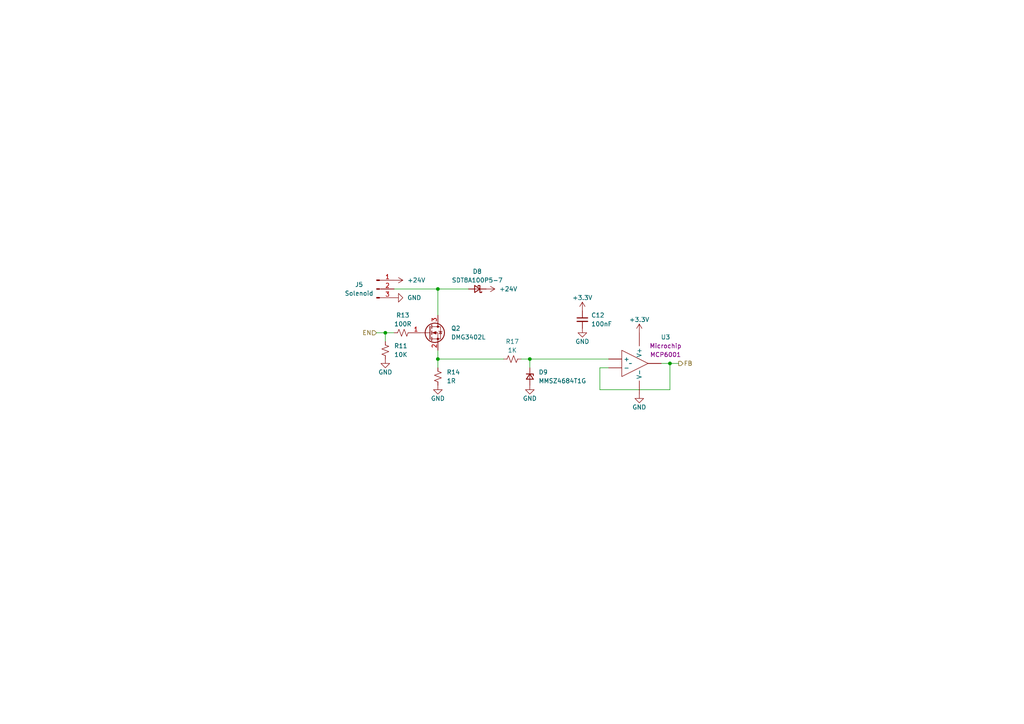
<source format=kicad_sch>
(kicad_sch (version 20250114) (generator "eeschema") (generator_version "9.0")
  (paper "A4")
  (lib_symbols
    (symbol "Connector:Conn_01x03_Pin" (pin_names (offset 1.016) (hide yes))
      (property "Reference" "J" (at 0 5.08 0))
      (property "Value" "Conn_01x03_Pin" (at 0 -5.08 0))
      (symbol "Conn_01x03_Pin_1_1"
        (rectangle (start 0.8636 2.667) (end 0 2.413) (stroke (width 0.1524)) (fill (type outline)))
        (rectangle (start 0.8636 0.127) (end 0 -0.127) (stroke (width 0.1524)) (fill (type outline)))
        (rectangle (start 0.8636 -2.413) (end 0 -2.667) (stroke (width 0.1524)) (fill (type outline)))
        (polyline (pts (xy 1.27 2.54) (xy 0.8636 2.54)) (stroke (width 0.1524)))
        (polyline (pts (xy 1.27 0) (xy 0.8636 0)) (stroke (width 0.1524)))
        (polyline (pts (xy 1.27 -2.54) (xy 0.8636 -2.54)) (stroke (width 0.1524)))
        (pin passive line (at 5.08 2.54 180) (length 3.81) (name "Pin_1") (number "1"))
        (pin passive line (at 5.08 0 180) (length 3.81) (name "Pin_2") (number "2"))
        (pin passive line (at 5.08 -2.54 180) (length 3.81) (name "Pin_3") (number "3"))
      )
    )
    (symbol "Device:C_Small" (pin_numbers (hide yes)) (pin_names (offset 0.254) (hide yes))
      (property "Reference" "C" (at 0.254 1.778 0))
      (property "Value" "C_Small" (at 0.254 -2.032 0))
      (symbol "C_Small_0_1"
        (polyline (pts (xy -1.524 0.508) (xy 1.524 0.508)) (stroke (width 0.3048)))
        (polyline (pts (xy -1.524 -0.508) (xy 1.524 -0.508)) (stroke (width 0.3302)))
      )
      (symbol "C_Small_1_1"
        (pin passive line (at 0 2.54 270) (length 2.032) (name "~") (number "1"))
        (pin passive line (at 0 -2.54 90) (length 2.032) (name "~") (number "2"))
      )
    )
    (symbol "Device:D_Schottky_Small" (pin_numbers (hide yes)) (pin_names (offset 0.254) (hide yes))
      (property "Reference" "D" (at -1.27 2.032 0))
      (property "Value" "D_Schottky_Small" (at -7.112 -2.032 0))
      (symbol "D_Schottky_Small_0_1"
        (polyline (pts (xy -1.27 0.762) (xy -1.27 1.016) (xy -0.762 1.016) (xy -0.762 -1.016) (xy -0.254 -1.016) (xy -0.254 -0.762)) (stroke (width 0.254)))
        (polyline (pts (xy -0.762 0) (xy 0.762 0)))
        (polyline (pts (xy 0.762 -1.016) (xy -0.762 0) (xy 0.762 1.016) (xy 0.762 -1.016)) (stroke (width 0.254)))
      )
      (symbol "D_Schottky_Small_1_1"
        (pin passive line (at -2.54 0 0) (length 1.778) (name "K") (number "1"))
        (pin passive line (at 2.54 0 180) (length 1.778) (name "A") (number "2"))
      )
    )
    (symbol "Device:D_Zener_Small" (pin_numbers (hide yes)) (pin_names (offset 0.254) (hide yes))
      (property "Reference" "D" (at 0 2.286 0))
      (property "Value" "D_Zener_Small" (at 0 -2.286 0))
      (symbol "D_Zener_Small_0_1"
        (polyline (pts (xy -0.254 1.016) (xy -0.762 1.016) (xy -0.762 -1.016)) (stroke (width 0.254)))
        (polyline (pts (xy 0.762 1.016) (xy -0.762 0) (xy 0.762 -1.016) (xy 0.762 1.016)) (stroke (width 0.254)))
        (polyline (pts (xy 0.762 0) (xy -0.762 0)))
      )
      (symbol "D_Zener_Small_1_1"
        (pin passive line (at -2.54 0 0) (length 1.778) (name "K") (number "1"))
        (pin passive line (at 2.54 0 180) (length 1.778) (name "A") (number "2"))
      )
    )
    (symbol "Device:Q_NMOS_GSD" (pin_names (offset 0) (hide yes))
      (property "Reference" "Q" (at 5.08 1.27 0))
      (property "Value" "Q_NMOS_GSD" (at 5.08 -1.27 0))
      (symbol "Q_NMOS_GSD_0_1"
        (polyline (pts (xy 0.254 1.905) (xy 0.254 -1.905)) (stroke (width 0.254)))
        (polyline (pts (xy 0.254 0) (xy -2.54 0)))
        (polyline (pts (xy 0.762 2.286) (xy 0.762 1.27)) (stroke (width 0.254)))
        (polyline (pts (xy 0.762 0.508) (xy 0.762 -0.508)) (stroke (width 0.254)))
        (polyline (pts (xy 0.762 -1.27) (xy 0.762 -2.286)) (stroke (width 0.254)))
        (polyline (pts (xy 0.762 -1.778) (xy 3.302 -1.778) (xy 3.302 1.778) (xy 0.762 1.778)))
        (polyline (pts (xy 1.016 0) (xy 2.032 0.381) (xy 2.032 -0.381) (xy 1.016 0)) (fill (type outline)))
        (circle (center 1.651 0) (radius 2.794) (stroke (width 0.254)))
        (polyline (pts (xy 2.54 2.54) (xy 2.54 1.778)))
        (circle (center 2.54 1.778) (radius 0.254) (fill (type outline)))
        (circle (center 2.54 -1.778) (radius 0.254) (fill (type outline)))
        (polyline (pts (xy 2.54 -2.54) (xy 2.54 0) (xy 0.762 0)))
        (polyline (pts (xy 2.794 0.508) (xy 2.921 0.381) (xy 3.683 0.381) (xy 3.81 0.254)))
        (polyline (pts (xy 3.302 0.381) (xy 2.921 -0.254) (xy 3.683 -0.254) (xy 3.302 0.381)))
      )
      (symbol "Q_NMOS_GSD_1_1"
        (pin input line (at -5.08 0 0) (length 2.54) (name "G") (number "1"))
        (pin passive line (at 2.54 5.08 270) (length 2.54) (name "D") (number "3"))
        (pin passive line (at 2.54 -5.08 90) (length 2.54) (name "S") (number "2"))
      )
    )
    (symbol "Device:R_Small_US" (pin_numbers (hide yes)) (pin_names (offset 0.254) (hide yes))
      (property "Reference" "R" (at 0.762 0.508 0))
      (property "Value" "R_Small_US" (at 0.762 -1.016 0))
      (symbol "R_Small_US_1_1"
        (polyline (pts (xy 0 1.524) (xy 1.016 1.143) (xy 0 0.762) (xy -1.016 0.381) (xy 0 0)))
        (polyline (pts (xy 0 0) (xy 1.016 -0.381) (xy 0 -0.762) (xy -1.016 -1.143) (xy 0 -1.524)))
        (pin passive line (at 0 2.54 270) (length 1.016) (name "~") (number "1"))
        (pin passive line (at 0 -2.54 90) (length 1.016) (name "~") (number "2"))
      )
    )
    (symbol "UCIRP-KiCAD-Lib:MCP6001" (pin_numbers (hide yes))
      (property "Reference" "U" (at 0 5.08 0))
      (property "Value" "~" (at 0 0 0))
      (property "Manufacturer" "Microchip" (at 0 0 0))
      (property "Part #" "MCP6001" (at 0 0 0))
      (symbol "MCP6001_0_1"
        (polyline (pts (xy -2.54 3.81) (xy -2.54 -3.81) (xy 5.08 0) (xy -2.54 3.81)) (stroke (width 0.1524)))
      )
      (symbol "MCP6001_1_1"
        (pin input line (at -6.35 1.27 0) (length 3.81) (name "+") (number "3"))
        (pin input line (at -6.35 -1.27 0) (length 3.81) (name "-") (number "4"))
        (pin power_in line (at 2.54 8.89 270) (length 3.81) (name "V+") (number "5"))
        (pin power_in line (at 2.54 -8.89 90) (length 3.81) (name "V-") (number "2"))
        (pin output line (at 8.89 0 180) (length 3.81) (name "") (number "1"))
      )
    )
    (symbol "power:+24V" (power) (pin_names (offset 0))
      (property "Value" "+24V" (at 0 3.556 0))
      (symbol "+24V_0_1"
        (polyline (pts (xy -0.762 1.27) (xy 0 2.54)))
        (polyline (pts (xy 0 2.54) (xy 0.762 1.27)))
        (polyline (pts (xy 0 0) (xy 0 2.54)))
      )
      (symbol "+24V_1_1"
        (pin power_in line (at 0 0 90) (length 0) (hide yes) (name "+24V") (number "1"))
      )
    )
    (symbol "power:+3.3V" (power) (pin_names (offset 0))
      (property "Value" "+3.3V" (at 0 3.556 0))
      (symbol "+3.3V_0_1"
        (polyline (pts (xy -0.762 1.27) (xy 0 2.54)))
        (polyline (pts (xy 0 2.54) (xy 0.762 1.27)))
        (polyline (pts (xy 0 0) (xy 0 2.54)))
      )
      (symbol "+3.3V_1_1"
        (pin power_in line (at 0 0 90) (length 0) (hide yes) (name "+3.3V") (number "1"))
      )
    )
    (symbol "power:GND" (power) (pin_names (offset 0))
      (property "Value" "GND" (at 0 -3.81 0))
      (symbol "GND_0_1"
        (polyline (pts (xy 0 0) (xy 0 -1.27) (xy 1.27 -1.27) (xy 0 -2.54) (xy -1.27 -1.27) (xy 0 -1.27)))
      )
      (symbol "GND_1_1"
        (pin power_in line (at 0 0 270) (length 0) (hide yes) (name "GND") (number "1"))
      )
    )
  )
  (junction (at 127 83.82))
  (junction (at 127 104.14))
  (junction (at 111.76 96.52))
  (junction (at 153.67 104.14))
  (junction (at 194.31 105.41))
  (wire (pts (xy 111.76 96.52) (xy 111.76 99.06)))
  (wire (pts (xy 109.22 96.52) (xy 111.76 96.52)))
  (wire (pts (xy 173.99 106.68) (xy 173.99 113.03)))
  (wire (pts (xy 127 101.6) (xy 127 104.14)))
  (wire (pts (xy 127 83.82) (xy 135.89 83.82)))
  (wire (pts (xy 176.53 106.68) (xy 173.99 106.68)))
  (wire (pts (xy 151.13 104.14) (xy 153.67 104.14)))
  (wire (pts (xy 153.67 104.14) (xy 153.67 106.68)))
  (wire (pts (xy 127 104.14) (xy 127 106.68)))
  (wire (pts (xy 114.3 83.82) (xy 127 83.82)))
  (wire (pts (xy 127 104.14) (xy 146.05 104.14)))
  (wire (pts (xy 173.99 113.03) (xy 194.31 113.03)))
  (wire (pts (xy 153.67 104.14) (xy 176.53 104.14)))
  (wire (pts (xy 194.31 113.03) (xy 194.31 105.41)))
  (wire (pts (xy 194.31 105.41) (xy 196.85 105.41)))
  (wire (pts (xy 194.31 105.41) (xy 191.77 105.41)))
  (wire (pts (xy 127 83.82) (xy 127 91.44)))
  (wire (pts (xy 114.3 96.52) (xy 111.76 96.52)))
  (hierarchical_label "EN" (shape input) (at 109.22 96.52 180))
  (hierarchical_label "FB" (shape output) (at 196.85 105.41 0))
  (symbol (lib_id "Device:R_Small_US") (at 127 109.22 180) (unit 1)
    (property "Reference" "R33" (at 129.54 107.95 0) (effects (justify right)))
    (property "Value" "1R" (at 129.54 110.49 0) (effects (justify right)))
    (property "Footprint" "Resistor_SMD:R_2512_6332Metric" (effects (hide yes)))
    (property "Manufacturer" "Generic" (effects (hide yes)))
    (property "Part #" "Generic 1R 2W 1% 2512 Resistor" (effects (hide yes)))
    (instances (project "gse2-hardware" (path "" (reference "R14") (unit 1)) (path "" (reference "R40") (unit 1)) (path "" (reference "R44") (unit 1)) (path "" (reference "R24") (unit 1)) (path "" (reference "R33") (unit 1)) (path "" (reference "R36") (unit 1)) (path "" (reference "R20") (unit 1)) (path "" (reference "R48") (unit 1)) (path "" (reference "R28") (unit 1))))
  )
  (symbol (lib_id "Device:Q_NMOS_GSD") (at 124.46 96.52 0) (unit 1)
    (property "Reference" "Q8" (at 130.81 95.25 0) (effects (justify left)))
    (property "Value" "DMG3402L" (at 130.81 97.79 0) (effects (justify left)))
    (property "Footprint" "Package_TO_SOT_SMD:SOT-23-3" (effects (hide yes)))
    (property "Datasheet" "https://www.diodes.com/assets/Datasheets/DMG3402L.pdf" (effects (hide yes)))
    (property "Manufacturer" "Diodes" (effects (hide yes)))
    (property "Part #" "DMG3402L" (effects (hide yes)))
    (instances (project "gse2-hardware" (path "" (reference "Q2") (unit 1)) (path "" (reference "Q7") (unit 1)) (path "" (reference "Q9") (unit 1)) (path "" (reference "Q4") (unit 1)) (path "" (reference "Q8") (unit 1)) (path "" (reference "Q6") (unit 1)) (path "" (reference "Q3") (unit 1)) (path "" (reference "Q10") (unit 1)) (path "" (reference "Q5") (unit 1))))
  )
  (symbol (lib_id "power:GND") (at 111.76 104.14 0) (unit 1)
    (property "Reference" "#PWR077" (effects (hide yes)))
    (property "Value" "GND" (at 111.76 107.95 0))
    (instances (project "gse2-hardware" (path "" (reference "#PWR025") (unit 1)) (path "" (reference "#PWR0101") (unit 1)) (path "" (reference "#PWR0111") (unit 1)) (path "" (reference "#PWR057") (unit 1)) (path "" (reference "#PWR077") (unit 1)) (path "" (reference "#PWR091") (unit 1)) (path "" (reference "#PWR037") (unit 1)) (path "" (reference "#PWR0121") (unit 1)) (path "" (reference "#PWR071") (unit 1))))
  )
  (symbol (lib_id "power:+3.3V") (at 168.91 90.17 0) (unit 1)
    (property "Reference" "#PWR085" (effects (hide yes)))
    (property "Value" "+3.3V" (at 168.91 86.36 0))
    (instances (project "gse2-hardware" (path "" (reference "#PWR033") (unit 1)) (path "" (reference "#PWR0107") (unit 1)) (path "" (reference "#PWR0117") (unit 1)) (path "" (reference "#PWR067") (unit 1)) (path "" (reference "#PWR085") (unit 1)) (path "" (reference "#PWR097") (unit 1)) (path "" (reference "#PWR045") (unit 1)) (path "" (reference "#PWR0127") (unit 1)) (path "" (reference "#PWR087") (unit 1))))
  )
  (symbol (lib_id "power:GND") (at 153.67 111.76 0) (unit 1)
    (property "Reference" "#PWR082" (effects (hide yes)))
    (property "Value" "GND" (at 153.67 115.57 0))
    (instances (project "gse2-hardware" (path "" (reference "#PWR032") (unit 1)) (path "" (reference "#PWR0106") (unit 1)) (path "" (reference "#PWR0116") (unit 1)) (path "" (reference "#PWR066") (unit 1)) (path "" (reference "#PWR082") (unit 1)) (path "" (reference "#PWR096") (unit 1)) (path "" (reference "#PWR043") (unit 1)) (path "" (reference "#PWR0126") (unit 1)) (path "" (reference "#PWR076") (unit 1))))
  )
  (symbol (lib_id "power:GND") (at 185.42 114.3 0) (unit 1)
    (property "Reference" "#PWR084" (effects (hide yes)))
    (property "Value" "GND" (at 185.42 118.11 0))
    (instances (project "gse2-hardware" (path "" (reference "#PWR036") (unit 1)) (path "" (reference "#PWR0110") (unit 1)) (path "" (reference "#PWR0120") (unit 1)) (path "" (reference "#PWR070") (unit 1)) (path "" (reference "#PWR084") (unit 1)) (path "" (reference "#PWR0100") (unit 1)) (path "" (reference "#PWR056") (unit 1)) (path "" (reference "#PWR0130") (unit 1)) (path "" (reference "#PWR090") (unit 1))))
  )
  (symbol (lib_id "Device:D_Zener_Small") (at 153.67 109.22 270) (unit 1)
    (property "Reference" "D11" (at 156.21 107.95 90) (effects (justify left)))
    (property "Value" "MMSZ4684T1G" (at 156.21 110.49 90) (effects (justify left)))
    (property "Footprint" "Diode_SMD:D_SOD-123" (effects (hide yes)))
    (property "Manufacturer" "Onsemi" (effects (hide yes)))
    (property "Part #" "MMSZ4684T1G" (effects (hide yes)))
    (instances (project "gse2-hardware" (path "" (reference "D9") (unit 1)) (path "" (reference "D21") (unit 1)) (path "" (reference "D23") (unit 1)) (path "" (reference "D15") (unit 1)) (path "" (reference "D11") (unit 1)) (path "" (reference "D19") (unit 1)) (path "" (reference "D13") (unit 1)) (path "" (reference "D25") (unit 1)) (path "" (reference "D17") (unit 1))))
  )
  (symbol (lib_id "power:GND") (at 114.3 86.36 90) (unit 1)
    (property "Reference" "#PWR079" (effects (hide yes)))
    (property "Value" "GND" (at 118.11 86.36 90) (effects (justify right)))
    (instances (project "gse2-hardware" (path "" (reference "#PWR028") (unit 1)) (path "" (reference "#PWR0103") (unit 1)) (path "" (reference "#PWR0113") (unit 1)) (path "" (reference "#PWR063") (unit 1)) (path "" (reference "#PWR079") (unit 1)) (path "" (reference "#PWR093") (unit 1)) (path "" (reference "#PWR039") (unit 1)) (path "" (reference "#PWR0123") (unit 1)) (path "" (reference "#PWR073") (unit 1))))
  )
  (symbol (lib_id "power:GND") (at 127 111.76 0) (unit 1)
    (property "Reference" "#PWR080" (effects (hide yes)))
    (property "Value" "GND" (at 127 115.57 0))
    (instances (project "gse2-hardware" (path "" (reference "#PWR029") (unit 1)) (path "" (reference "#PWR0104") (unit 1)) (path "" (reference "#PWR0114") (unit 1)) (path "" (reference "#PWR064") (unit 1)) (path "" (reference "#PWR080") (unit 1)) (path "" (reference "#PWR094") (unit 1)) (path "" (reference "#PWR040") (unit 1)) (path "" (reference "#PWR0124") (unit 1)) (path "" (reference "#PWR074") (unit 1))))
  )
  (symbol (lib_id "power:GND") (at 168.91 95.25 0) (unit 1)
    (property "Reference" "#PWR086" (effects (hide yes)))
    (property "Value" "GND" (at 168.91 99.06 0))
    (instances (project "gse2-hardware" (path "" (reference "#PWR034") (unit 1)) (path "" (reference "#PWR0108") (unit 1)) (path "" (reference "#PWR0118") (unit 1)) (path "" (reference "#PWR068") (unit 1)) (path "" (reference "#PWR086") (unit 1)) (path "" (reference "#PWR098") (unit 1)) (path "" (reference "#PWR047") (unit 1)) (path "" (reference "#PWR0128") (unit 1)) (path "" (reference "#PWR088") (unit 1))))
  )
  (symbol (lib_id "Device:C_Small") (at 168.91 92.71 0) (unit 1)
    (property "Reference" "C18" (at 171.45 91.44 0) (effects (justify left)))
    (property "Value" "100nF" (at 171.45 93.98 0) (effects (justify left)))
    (property "Footprint" "Capacitor_SMD:C_0402_1005Metric" (effects (hide yes)))
    (property "Manufacturer" "Generic" (effects (hide yes)))
    (property "Part #" "Generic 100nF 6.3V X7R 0402 MLCC" (effects (hide yes)))
    (instances (project "gse2-hardware" (path "" (reference "C12") (unit 1)) (path "" (reference "C19") (unit 1)) (path "" (reference "C20") (unit 1)) (path "" (reference "C14") (unit 1)) (path "" (reference "C18") (unit 1)) (path "" (reference "C17") (unit 1)) (path "" (reference "C13") (unit 1)) (path "" (reference "C21") (unit 1)) (path "" (reference "C16") (unit 1))))
  )
  (symbol (lib_id "power:+24V") (at 114.3 81.28 270) (unit 1)
    (property "Reference" "#PWR078" (effects (hide yes)))
    (property "Value" "+24V" (at 118.11 81.28 90) (effects (justify left)))
    (instances (project "gse2-hardware" (path "" (reference "#PWR027") (unit 1)) (path "" (reference "#PWR0102") (unit 1)) (path "" (reference "#PWR0112") (unit 1)) (path "" (reference "#PWR058") (unit 1)) (path "" (reference "#PWR078") (unit 1)) (path "" (reference "#PWR092") (unit 1)) (path "" (reference "#PWR038") (unit 1)) (path "" (reference "#PWR0122") (unit 1)) (path "" (reference "#PWR072") (unit 1))))
  )
  (symbol (lib_id "Connector:Conn_01x03_Pin") (at 109.22 83.82 0) (unit 1)
    (property "Reference" "J9" (at 104.14 82.55 0))
    (property "Value" "Solenoid" (at 104.14 85.09 0))
    (property "Footprint" "TerminalBlock:TerminalBlock_bornier-3_P5.08mm" (effects (hide yes)))
    (instances (project "gse2-hardware" (path "" (reference "J5") (unit 1)) (path "" (reference "J11") (unit 1)) (path "" (reference "J12") (unit 1)) (path "" (reference "J7") (unit 1)) (path "" (reference "J9") (unit 1)) (path "" (reference "J10") (unit 1)) (path "" (reference "J6") (unit 1)) (path "" (reference "J13") (unit 1)) (path "" (reference "J8") (unit 1))))
  )
  (symbol (lib_id "Device:R_Small_US") (at 111.76 101.6 180) (unit 1)
    (property "Reference" "R31" (at 114.3 100.33 0) (effects (justify right)))
    (property "Value" "10K" (at 114.3 102.87 0) (effects (justify right)))
    (property "Footprint" "Resistor_SMD:R_0402_1005Metric" (effects (hide yes)))
    (property "Manufacturer" "Generic" (effects (hide yes)))
    (property "Part #" "Generic 10K 1% 0402 Resistor" (effects (hide yes)))
    (instances (project "gse2-hardware" (path "" (reference "R11") (unit 1)) (path "" (reference "R38") (unit 1)) (path "" (reference "R42") (unit 1)) (path "" (reference "R22") (unit 1)) (path "" (reference "R31") (unit 1)) (path "" (reference "R30") (unit 1)) (path "" (reference "R18") (unit 1)) (path "" (reference "R46") (unit 1)) (path "" (reference "R26") (unit 1))))
  )
  (symbol (lib_id "power:+24V") (at 140.97 83.82 270) (unit 1)
    (property "Reference" "#PWR081" (effects (hide yes)))
    (property "Value" "+24V" (at 144.78 83.82 90) (effects (justify left)))
    (instances (project "gse2-hardware" (path "" (reference "#PWR030") (unit 1)) (path "" (reference "#PWR0105") (unit 1)) (path "" (reference "#PWR0115") (unit 1)) (path "" (reference "#PWR065") (unit 1)) (path "" (reference "#PWR081") (unit 1)) (path "" (reference "#PWR095") (unit 1)) (path "" (reference "#PWR042") (unit 1)) (path "" (reference "#PWR0125") (unit 1)) (path "" (reference "#PWR075") (unit 1))))
  )
  (symbol (lib_id "Device:D_Schottky_Small") (at 138.43 83.82 180) (unit 1)
    (property "Reference" "D10" (at 138.43 78.74 0))
    (property "Value" "SDT8A100P5-7" (at 138.43 81.28 0))
    (property "Footprint" "Diode_SMD:D_PowerDI-5" (effects (hide yes)))
    (property "Datasheet" "https://www.diodes.com/assets/Datasheets/SDT8A100P5.pdf" (effects (hide yes)))
    (property "Manufacturer" "Diodes" (effects (hide yes)))
    (property "Part #" "SDT8A100P5-7" (effects (hide yes)))
    (instances (project "gse2-hardware" (path "" (reference "D8") (unit 1)) (path "" (reference "D20") (unit 1)) (path "" (reference "D22") (unit 1)) (path "" (reference "D14") (unit 1)) (path "" (reference "D10") (unit 1)) (path "" (reference "D18") (unit 1)) (path "" (reference "D12") (unit 1)) (path "" (reference "D24") (unit 1)) (path "" (reference "D16") (unit 1))))
  )
  (symbol (lib_id "power:+3.3V") (at 185.42 96.52 0) (unit 1)
    (property "Reference" "#PWR083" (effects (hide yes)))
    (property "Value" "+3.3V" (at 185.42 92.71 0))
    (instances (project "gse2-hardware" (path "" (reference "#PWR035") (unit 1)) (path "" (reference "#PWR0109") (unit 1)) (path "" (reference "#PWR0119") (unit 1)) (path "" (reference "#PWR069") (unit 1)) (path "" (reference "#PWR083") (unit 1)) (path "" (reference "#PWR099") (unit 1)) (path "" (reference "#PWR048") (unit 1)) (path "" (reference "#PWR0129") (unit 1)) (path "" (reference "#PWR089") (unit 1))))
  )
  (symbol (lib_id "UCIRP-KiCAD-Lib:MCP6001") (at 182.88 105.41 0) (unit 1)
    (property "Reference" "U5" (at 193.04 97.79 0))
    (property "Value" "~" (at 182.88 105.41 0))
    (property "Footprint" "Package_TO_SOT_SMD:SOT-23-5" (effects (hide yes)))
    (property "Datasheet" "https://ww1.microchip.com/downloads/en/DeviceDoc/MCP6001-1R-1U-2-4-1-MHz-Low-Power-Op-Amp-DS20001733L.pdf" (effects (hide yes)))
    (property "Manufacturer" "Microchip" (at 193.04 100.33 0))
    (property "Part #" "MCP6001" (at 193.04 102.87 0))
    (instances (project "gse2-hardware" (path "" (reference "U3") (unit 1)) (path "" (reference "U10") (unit 1)) (path "" (reference "U11") (unit 1)) (path "" (reference "U7") (unit 1)) (path "" (reference "U5") (unit 1)) (path "" (reference "U9") (unit 1)) (path "" (reference "U6") (unit 1)) (path "" (reference "U12") (unit 1)) (path "" (reference "U8") (unit 1))))
  )
  (symbol (lib_id "Device:R_Small_US") (at 148.59 104.14 90) (unit 1)
    (property "Reference" "R34" (at 148.59 99.06 90))
    (property "Value" "1K" (at 148.59 101.6 90))
    (property "Footprint" "Resistor_SMD:R_0402_1005Metric" (effects (hide yes)))
    (property "Manufacturer" "Generic" (effects (hide yes)))
    (property "Part #" "Generic 1K 1% 0402 Resistor" (effects (hide yes)))
    (instances (project "gse2-hardware" (path "" (reference "R17") (unit 1)) (path "" (reference "R41") (unit 1)) (path "" (reference "R45") (unit 1)) (path "" (reference "R25") (unit 1)) (path "" (reference "R34") (unit 1)) (path "" (reference "R37") (unit 1)) (path "" (reference "R21") (unit 1)) (path "" (reference "R49") (unit 1)) (path "" (reference "R29") (unit 1))))
  )
  (symbol (lib_id "Device:R_Small_US") (at 116.84 96.52 90) (unit 1)
    (property "Reference" "R32" (at 116.84 91.44 90))
    (property "Value" "100R" (at 116.84 93.98 90))
    (property "Footprint" "Resistor_SMD:R_0402_1005Metric" (effects (hide yes)))
    (property "Manufacturer" "Generic" (effects (hide yes)))
    (property "Part #" "Generic 100R 1% 0402 Resistor" (effects (hide yes)))
    (instances (project "gse2-hardware" (path "" (reference "R13") (unit 1)) (path "" (reference "R39") (unit 1)) (path "" (reference "R43") (unit 1)) (path "" (reference "R23") (unit 1)) (path "" (reference "R32") (unit 1)) (path "" (reference "R35") (unit 1)) (path "" (reference "R19") (unit 1)) (path "" (reference "R47") (unit 1)) (path "" (reference "R27") (unit 1))))
  )
)
</source>
